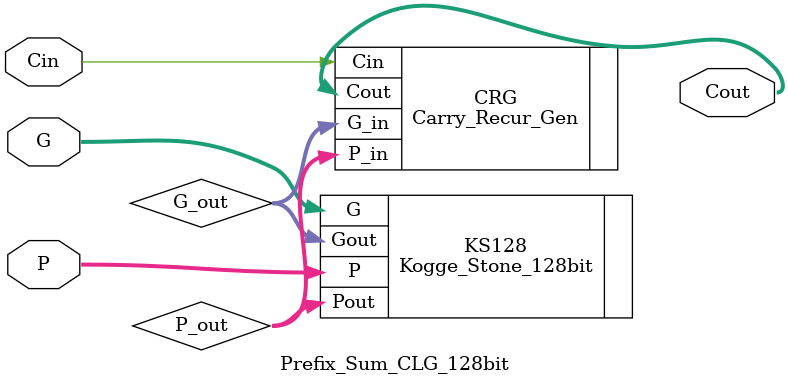
<source format=v>
module Prefix_Sum_CLG_128bit (P,G,Cin,Cout);

input	[127:0]		P;
input	[127:0]		G;
input 			Cin;
output	[128:1]		Cout;

wire	[127:0]		P_out;
wire	[127:0]		G_out;


Kogge_Stone_128bit KS128(
	.P(P),
	.G(G),
	.Pout(P_out),
	.Gout(G_out)
);


Carry_Recur_Gen # (.size(128)) 
CRG(
	.P_in(P_out),
	.G_in(G_out),
	.Cin(Cin),
	.Cout(Cout)
);


endmodule

</source>
